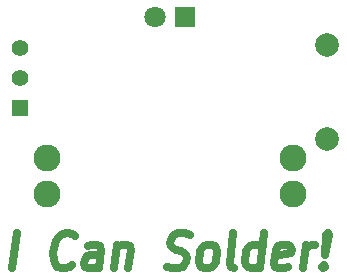
<source format=gts>
G04 #@! TF.FileFunction,Soldermask,Top*
%FSLAX46Y46*%
G04 Gerber Fmt 4.6, Leading zero omitted, Abs format (unit mm)*
G04 Created by KiCad (PCBNEW 4.0.7) date 09/04/18 12:43:30*
%MOMM*%
%LPD*%
G01*
G04 APERTURE LIST*
%ADD10C,0.100000*%
%ADD11C,0.687500*%
%ADD12C,1.998980*%
%ADD13C,2.286000*%
%ADD14R,1.800000X1.800000*%
%ADD15C,1.800000*%
%ADD16R,1.397000X1.397000*%
%ADD17C,1.397000*%
G04 APERTURE END LIST*
D10*
D11*
X161945268Y-100544143D02*
X162320268Y-97544143D01*
X166957172Y-100258429D02*
X166808363Y-100401286D01*
X166397649Y-100544143D01*
X166135744Y-100544143D01*
X165760744Y-100401286D01*
X165534554Y-100115571D01*
X165439316Y-99829857D01*
X165379792Y-99258429D01*
X165433364Y-98829857D01*
X165635744Y-98258429D01*
X165802411Y-97972714D01*
X166100030Y-97687000D01*
X166510744Y-97544143D01*
X166772649Y-97544143D01*
X167147649Y-97687000D01*
X167260744Y-97829857D01*
X169278601Y-100544143D02*
X169475030Y-98972714D01*
X169379792Y-98687000D01*
X169135744Y-98544143D01*
X168611935Y-98544143D01*
X168332173Y-98687000D01*
X169296458Y-100401286D02*
X169016697Y-100544143D01*
X168361935Y-100544143D01*
X168117887Y-100401286D01*
X168022650Y-100115571D01*
X168058364Y-99829857D01*
X168225030Y-99544143D01*
X168504792Y-99401286D01*
X169159554Y-99401286D01*
X169439315Y-99258429D01*
X170838125Y-98544143D02*
X170588125Y-100544143D01*
X170802411Y-98829857D02*
X170951220Y-98687000D01*
X171230982Y-98544143D01*
X171623839Y-98544143D01*
X171867887Y-98687000D01*
X171963125Y-98972714D01*
X171766696Y-100544143D01*
X175058363Y-100401286D02*
X175433363Y-100544143D01*
X176088125Y-100544143D01*
X176367886Y-100401286D01*
X176516696Y-100258429D01*
X176683363Y-99972714D01*
X176719077Y-99687000D01*
X176623839Y-99401286D01*
X176510743Y-99258429D01*
X176266697Y-99115571D01*
X175760744Y-98972714D01*
X175516696Y-98829857D01*
X175403601Y-98687000D01*
X175308363Y-98401286D01*
X175344078Y-98115571D01*
X175510744Y-97829857D01*
X175659553Y-97687000D01*
X175939315Y-97544143D01*
X176594077Y-97544143D01*
X176969077Y-97687000D01*
X178183363Y-100544143D02*
X177939315Y-100401286D01*
X177826220Y-100258429D01*
X177730983Y-99972714D01*
X177838126Y-99115571D01*
X178004792Y-98829857D01*
X178153601Y-98687000D01*
X178433363Y-98544143D01*
X178826220Y-98544143D01*
X179070268Y-98687000D01*
X179183363Y-98829857D01*
X179278602Y-99115571D01*
X179171459Y-99972714D01*
X179004791Y-100258429D01*
X178855982Y-100401286D01*
X178576220Y-100544143D01*
X178183363Y-100544143D01*
X180671458Y-100544143D02*
X180427410Y-100401286D01*
X180332173Y-100115571D01*
X180653601Y-97544143D01*
X182897648Y-100544143D02*
X183272648Y-97544143D01*
X182915505Y-100401286D02*
X182635744Y-100544143D01*
X182111934Y-100544143D01*
X181867886Y-100401286D01*
X181754791Y-100258429D01*
X181659554Y-99972714D01*
X181766697Y-99115571D01*
X181933363Y-98829857D01*
X182082172Y-98687000D01*
X182361934Y-98544143D01*
X182885744Y-98544143D01*
X183129791Y-98687000D01*
X185272648Y-100401286D02*
X184992886Y-100544143D01*
X184469077Y-100544143D01*
X184225029Y-100401286D01*
X184129792Y-100115571D01*
X184272649Y-98972714D01*
X184439315Y-98687000D01*
X184719077Y-98544143D01*
X185242886Y-98544143D01*
X185486934Y-98687000D01*
X185582172Y-98972714D01*
X185546457Y-99258429D01*
X184201220Y-99544143D01*
X186564315Y-100544143D02*
X186814315Y-98544143D01*
X186742887Y-99115571D02*
X186909553Y-98829857D01*
X187058363Y-98687000D01*
X187338124Y-98544143D01*
X187600029Y-98544143D01*
X188302410Y-100258429D02*
X188415505Y-100401286D01*
X188266696Y-100544143D01*
X188153601Y-100401286D01*
X188302410Y-100258429D01*
X188266696Y-100544143D01*
X188409553Y-99401286D02*
X188492887Y-97687000D01*
X188641696Y-97544143D01*
X188754791Y-97687000D01*
X188409553Y-99401286D01*
X188641696Y-97544143D01*
D12*
X188595000Y-81598000D03*
X188595000Y-89598000D03*
D13*
X185674000Y-94234000D03*
X164846000Y-94234000D03*
X185674000Y-91186000D03*
X164846000Y-91186000D03*
D14*
X176530000Y-79248000D03*
D15*
X173990000Y-79248000D03*
D16*
X162560000Y-86995000D03*
D17*
X162560000Y-84455000D03*
X162560000Y-81915000D03*
M02*

</source>
